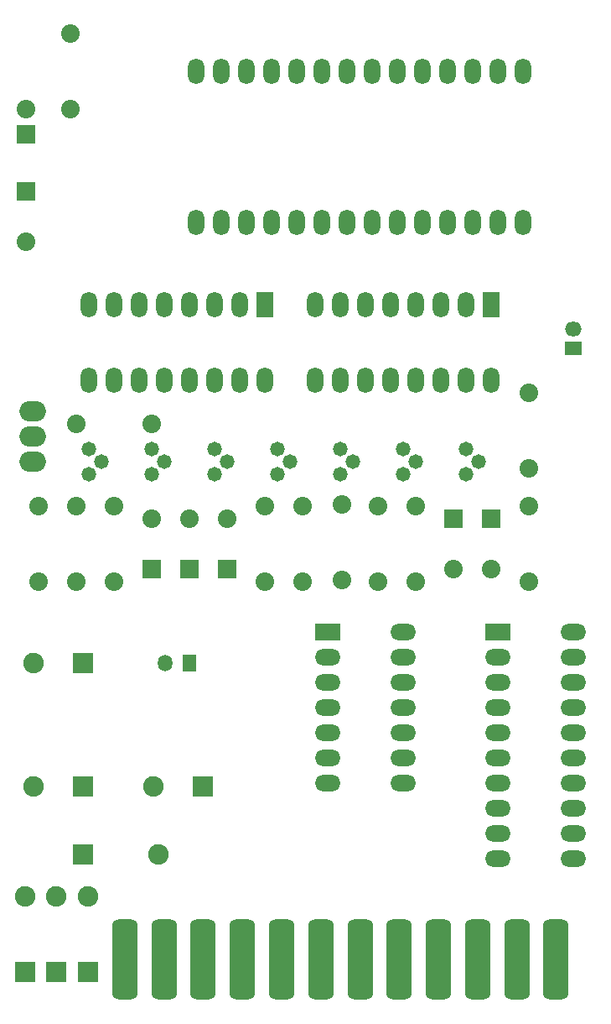
<source format=gbs>
G04*
G04 #@! TF.GenerationSoftware,Altium Limited,Altium Designer,21.0.8 (223)*
G04*
G04 Layer_Color=16711935*
%FSLAX25Y25*%
%MOIN*%
G70*
G04*
G04 #@! TF.SameCoordinates,0DE2D123-2560-44B9-80CC-8921B81A5650*
G04*
G04*
G04 #@! TF.FilePolarity,Negative*
G04*
G01*
G75*
G04:AMPARAMS|DCode=18|XSize=101.42mil|YSize=317.95mil|CornerRadius=26.1mil|HoleSize=0mil|Usage=FLASHONLY|Rotation=180.000|XOffset=0mil|YOffset=0mil|HoleType=Round|Shape=RoundedRectangle|*
%AMROUNDEDRECTD18*
21,1,0.10142,0.26575,0,0,180.0*
21,1,0.04921,0.31795,0,0,180.0*
1,1,0.05221,-0.02461,0.13287*
1,1,0.05221,0.02461,0.13287*
1,1,0.05221,0.02461,-0.13287*
1,1,0.05221,-0.02461,-0.13287*
%
%ADD18ROUNDEDRECTD18*%
%ADD19R,0.06598X0.05811*%
%ADD20O,0.06598X0.05811*%
%ADD21R,0.05811X0.06598*%
%ADD22O,0.05811X0.06598*%
%ADD23C,0.08173*%
%ADD24R,0.08173X0.08173*%
%ADD25R,0.07386X0.07386*%
%ADD26C,0.07386*%
%ADD27C,0.05811*%
%ADD28O,0.06598X0.10142*%
%ADD29R,0.06598X0.10142*%
%ADD30O,0.10142X0.06598*%
%ADD31R,0.10142X0.06598*%
%ADD32O,0.10535X0.08173*%
%ADD33R,0.08173X0.08173*%
D18*
X67354Y17500D02*
D03*
X98535D02*
D03*
X51764D02*
D03*
X82945D02*
D03*
X114126D02*
D03*
X129717D02*
D03*
X223260D02*
D03*
X207669D02*
D03*
X176488D02*
D03*
X145307D02*
D03*
X192079D02*
D03*
X160898D02*
D03*
D19*
X230000Y260000D02*
D03*
D20*
Y267874D02*
D03*
D21*
X77500Y135000D02*
D03*
D22*
X67658D02*
D03*
D23*
X15315Y86000D02*
D03*
X63000D02*
D03*
X37000Y42500D02*
D03*
X24500D02*
D03*
X15315Y135000D02*
D03*
X12000Y42500D02*
D03*
X65000Y59000D02*
D03*
D24*
X35000Y86000D02*
D03*
X82685D02*
D03*
X35000Y135000D02*
D03*
Y59000D02*
D03*
D25*
X62500Y172500D02*
D03*
X77500D02*
D03*
X92500D02*
D03*
X197500Y192500D02*
D03*
X12500Y345000D02*
D03*
X182500Y192500D02*
D03*
X12500Y322500D02*
D03*
D26*
X62500Y192500D02*
D03*
X77500D02*
D03*
X92500D02*
D03*
X197500Y172500D02*
D03*
X12500Y355000D02*
D03*
X30000D02*
D03*
Y385000D02*
D03*
X167500Y167500D02*
D03*
Y197500D02*
D03*
X212500D02*
D03*
Y167500D02*
D03*
X62500Y230000D02*
D03*
X32500D02*
D03*
X138000Y168000D02*
D03*
Y198000D02*
D03*
X17500Y197500D02*
D03*
Y167500D02*
D03*
X32500Y197500D02*
D03*
Y167500D02*
D03*
X47500Y197500D02*
D03*
Y167500D02*
D03*
X107500Y197500D02*
D03*
Y167500D02*
D03*
X122500Y197500D02*
D03*
Y167500D02*
D03*
X152500Y197500D02*
D03*
Y167500D02*
D03*
X182500Y172500D02*
D03*
X12500Y302500D02*
D03*
X212500Y212500D02*
D03*
Y242500D02*
D03*
D27*
X137500Y220000D02*
D03*
X142500Y215000D02*
D03*
X137500Y210000D02*
D03*
X187500D02*
D03*
X192500Y215000D02*
D03*
X187500Y220000D02*
D03*
X162500D02*
D03*
X167500Y215000D02*
D03*
X162500Y210000D02*
D03*
X37500Y220000D02*
D03*
X42500Y215000D02*
D03*
X37500Y210000D02*
D03*
X112500Y220000D02*
D03*
X117500Y215000D02*
D03*
X112500Y210000D02*
D03*
X62500Y220000D02*
D03*
X67500Y215000D02*
D03*
X62500Y210000D02*
D03*
X87500Y220000D02*
D03*
X92500Y215000D02*
D03*
X87500Y210000D02*
D03*
D28*
X80000Y370000D02*
D03*
X90000D02*
D03*
X100000D02*
D03*
X110000D02*
D03*
X120000D02*
D03*
X130000D02*
D03*
X140000D02*
D03*
X150000D02*
D03*
X160000D02*
D03*
X170000D02*
D03*
X180000D02*
D03*
X190000D02*
D03*
X200000D02*
D03*
X210000D02*
D03*
Y310000D02*
D03*
X200000D02*
D03*
X190000D02*
D03*
X180000D02*
D03*
X170000D02*
D03*
X160000D02*
D03*
X150000D02*
D03*
X140000D02*
D03*
X130000D02*
D03*
X120000D02*
D03*
X110000D02*
D03*
X100000D02*
D03*
X90000D02*
D03*
X80000D02*
D03*
X127500Y277500D02*
D03*
Y247500D02*
D03*
X137500D02*
D03*
X147500D02*
D03*
X157500D02*
D03*
X167500D02*
D03*
X177500D02*
D03*
X137500Y277500D02*
D03*
X147500D02*
D03*
X157500D02*
D03*
X167500D02*
D03*
X177500D02*
D03*
X187500D02*
D03*
Y247500D02*
D03*
X197500D02*
D03*
X107500D02*
D03*
X97500D02*
D03*
Y277500D02*
D03*
X87500D02*
D03*
X77500D02*
D03*
X67500D02*
D03*
X57500D02*
D03*
X47500D02*
D03*
X87500Y247500D02*
D03*
X77500D02*
D03*
X67500D02*
D03*
X57500D02*
D03*
X47500D02*
D03*
X37500D02*
D03*
Y277500D02*
D03*
D29*
X197500D02*
D03*
X107500D02*
D03*
D30*
X162500Y87500D02*
D03*
Y97500D02*
D03*
Y107500D02*
D03*
Y117500D02*
D03*
Y127500D02*
D03*
Y137500D02*
D03*
Y147500D02*
D03*
X132500Y87500D02*
D03*
Y97500D02*
D03*
Y107500D02*
D03*
Y117500D02*
D03*
Y127500D02*
D03*
Y137500D02*
D03*
X230000Y147500D02*
D03*
Y127500D02*
D03*
Y117500D02*
D03*
Y107500D02*
D03*
Y97500D02*
D03*
Y137500D02*
D03*
X200000Y77500D02*
D03*
Y67500D02*
D03*
Y57500D02*
D03*
X230000D02*
D03*
Y67500D02*
D03*
Y77500D02*
D03*
Y87500D02*
D03*
X200000D02*
D03*
Y97500D02*
D03*
Y107500D02*
D03*
Y117500D02*
D03*
Y127500D02*
D03*
Y137500D02*
D03*
D31*
X132500Y147500D02*
D03*
X200000D02*
D03*
D32*
X15000Y235000D02*
D03*
Y225000D02*
D03*
Y215000D02*
D03*
D33*
X37000Y12500D02*
D03*
X24500D02*
D03*
X12000D02*
D03*
M02*

</source>
